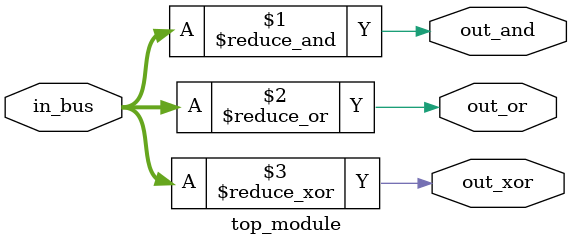
<source format=sv>
module top_module (
    input logic [3:0] in_bus,
    output logic out_and,
    output logic out_or,
    output logic out_xor
);

    // Combinational logic for AND operation
    assign out_and = &in_bus;

    // Combinational logic for OR operation
    assign out_or = |in_bus;

    // Combinational logic for XOR operation
    assign out_xor = ^in_bus;

endmodule
</source>
